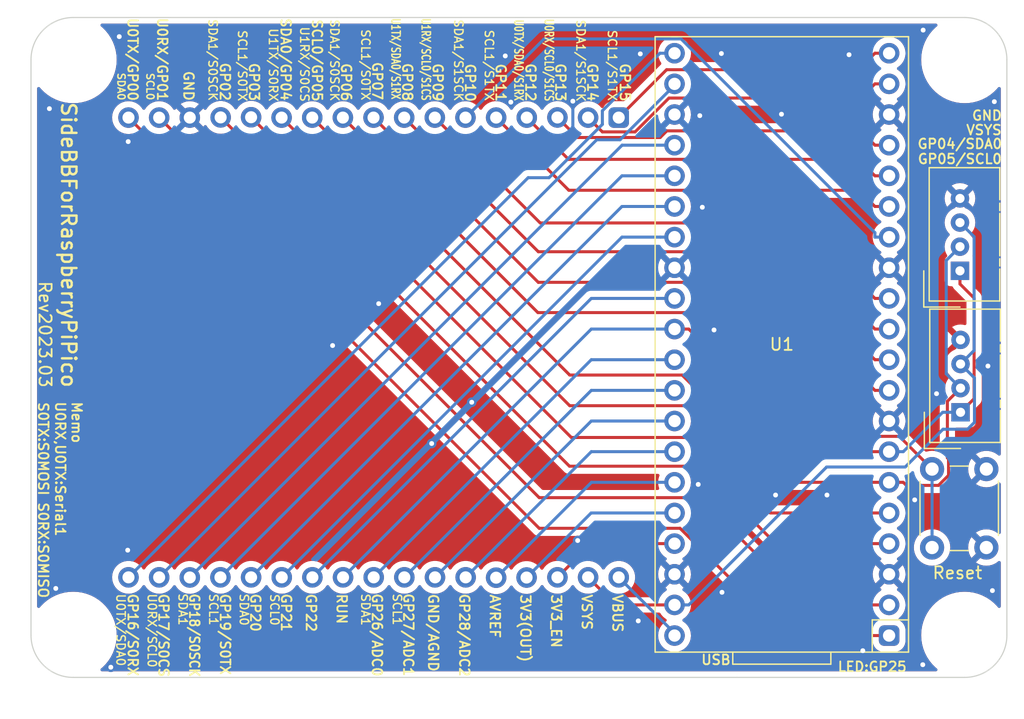
<source format=kicad_pcb>
(kicad_pcb (version 20211014) (generator pcbnew)
  (layers (0 "F.Cu" signal) (31 "B.Cu" signal) (34 "B.Paste" user) (35 "F.Paste" user) (36 "B.SilkS" user "B.Silkscreen") (37 "F.SilkS" user "F.Silkscreen") (38 "B.Mask" user) (39 "F.Mask" user) (44 "Edge.Cuts" user))
  (net 0 "")
  (net 1 "/GPIO0")
  (net 2 "/GPIO1")
  (net 3 "GND")
  (net 4 "/GPIO2")
  (net 5 "/GPIO3")
  (net 6 "/GPIO4")
  (net 7 "/GPIO5")
  (net 8 "/GPIO6")
  (net 9 "/GPIO7")
  (net 10 "/GPIO8")
  (net 11 "/GPIO9")
  (net 12 "/GPIO10")
  (net 13 "/GPIO11")
  (net 14 "/GPIO12")
  (net 15 "/GPIO13")
  (net 16 "/GPIO14")
  (net 17 "/GPIO15")
  (net 18 "/VBUS")
  (net 19 "/VSYS")
  (net 20 "/3V3_EN")
  (net 21 "+3V3")
  (net 22 "/AVREF")
  (net 23 "/GPIO28")
  (net 24 "/AGND")
  (net 25 "/GPIO27")
  (net 26 "/GPIO26")
  (net 27 "/RUN")
  (net 28 "/GPIO22")
  (net 29 "/GPIO21")
  (net 30 "/GPIO20")
  (net 31 "/GPIO19")
  (net 32 "/GPI18")
  (net 33 "/GPIO17")
  (net 34 "/GPIO16")
  (footprint "Connector:NS-Tech_Grove_1x04_P2mm_Vertical" (layer "F.Cu") (at 193.1585 95.5425 180)
    (fp_text reference "J2" hide)
    (fp_text value "Grove-I2C-connector")
    (fp_line (start 3 -3) (end 3 0) (layer "F.SilkS") (width 0.12))
    (fp_line (start -3.3 -2.5) (end -3.3 0.15) (layer "F.SilkS") (width 0.12))
    (fp_line (start -3.3 1.25) (end -3.3 4.75) (layer "F.SilkS") (width 0.12))
    (fp_line (start 2.55 -2.5) (end 2.55 8.55) (layer "F.SilkS") (width 0.12))
    (fp_line (start -3.3 -2.5) (end 2.55 -2.5) (layer "F.SilkS") (width 0.12))
    (fp_line (start -3.3 0.4) (end -3.3 1) (layer "F.SilkS") (width 0.12))
    (fp_line (start 0 -3) (end 3 -3) (layer "F.SilkS") (width 0.12))
    (fp_line (start -3.3 8.55) (end 2.55 8.55) (layer "F.SilkS") (width 0.12))
    (fp_line (start -3.3 5.9) (end -3.3 8.55) (layer "F.SilkS") (width 0.12))
    (fp_line (start -3.3 5) (end -3.3 5.6) (layer "F.SilkS") (width 0.12))
    (pad "1" thru_hole rect (at 0 0 180) (size 1.524 1.524) (drill 0.762) (layers *.Cu *.Mask) (net 7 "/GPIO5"))
    (pad "2" thru_hole circle (at 0 2 180) (size 1.524 1.524) (drill 0.762) (layers *.Cu *.Mask) (net 6 "/GPIO4"))
    (pad "3" thru_hole circle (at 0 4 180) (size 1.524 1.524) (drill 0.762) (layers *.Cu *.Mask) (net 19 "/VSYS"))
    (pad "4" thru_hole circle (at 0 6 180) (size 1.524 1.524) (drill 0.762) (layers *.Cu *.Mask) (net 3 "GND"))
  )
  (footprint "asukiaaa-kicad-footprints:mini-bread-board-1x17x2" (layer "F.Cu") (at 144.526 90.17 -90)
    (fp_text reference "J1" hide)
    (fp_text value "mini-bread-board-1x17x2")
    (pad "1" thru_hole roundrect (at -19.05 -20.306594) (size 1.7 1.7) (drill 1) (layers *.Cu *.Mask) (net 17 "/GPIO15"))
    (pad "2" thru_hole circle (at -19.05 -17.766594 270) (size 1.7 1.7) (drill 1) (layers *.Cu *.Mask) (net 16 "/GPIO14"))
    (pad "3" thru_hole circle (at -19.059586 -15.226594 270) (size 1.7 1.7) (drill 1) (layers *.Cu *.Mask) (net 15 "/GPIO13"))
    (pad "4" thru_hole circle (at -19.05 -12.686594 270) (size 1.7 1.7) (drill 1) (layers *.Cu *.Mask) (net 14 "/GPIO12"))
    (pad "5" thru_hole circle (at -19.05 -10.146594 270) (size 1.7 1.7) (drill 1) (layers *.Cu *.Mask) (net 13 "/GPIO11"))
    (pad "6" thru_hole circle (at -19.05 -7.606594 270) (size 1.7 1.7) (drill 1) (layers *.Cu *.Mask) (net 12 "/GPIO10"))
    (pad "7" thru_hole circle (at -19.05 -5.066594 270) (size 1.7 1.7) (drill 1) (layers *.Cu *.Mask) (net 11 "/GPIO9"))
    (pad "8" thru_hole circle (at -19.05 -2.526594 270) (size 1.7 1.7) (drill 1) (layers *.Cu *.Mask) (net 10 "/GPIO8"))
    (pad "9" thru_hole circle (at -19.05 0.013406 270) (size 1.7 1.7) (drill 1) (layers *.Cu *.Mask) (net 9 "/GPIO7"))
    (pad "10" thru_hole circle (at -19.05 2.553406 270) (size 1.7 1.7) (drill 1) (layers *.Cu *.Mask) (net 8 "/GPIO6"))
    (pad "11" thru_hole circle (at -19.05 5.093406 270) (size 1.7 1.7) (drill 1) (layers *.Cu *.Mask) (net 7 "/GPIO5"))
    (pad "12" thru_hole circle (at -19.05 7.633406 270) (size 1.7 1.7) (drill 1) (layers *.Cu *.Mask) (net 6 "/GPIO4"))
    (pad "13" thru_hole circle (at -19.078711 10.16 270) (size 1.7 1.7) (drill 1) (layers *.Cu *.Mask) (net 5 "/GPIO3"))
    (pad "14" thru_hole circle (at -19.066615 12.683384 270) (size 1.7 1.7) (drill 1) (layers *.Cu *.Mask) (net 4 "/GPIO2"))
    (pad "15" thru_hole circle (at -19.05 15.24 270) (size 1.7 1.7) (drill 1) (layers *.Cu *.Mask) (net 3 "GND"))
    (pad "16" thru_hole circle (at -19.05 17.78 270) (size 1.7 1.7) (drill 1) (layers *.Cu *.Mask) (net 2 "/GPIO1"))
    (pad "17" thru_hole circle (at -19.05 20.32 270) (size 1.7 1.7) (drill 1) (layers *.Cu *.Mask) (net 1 "/GPIO0"))
    (pad "18" thru_hole circle (at 19.05 20.32 90) (size 1.7 1.7) (drill 1) (layers *.Cu *.Mask) (net 34 "/GPIO16"))
    (pad "19" thru_hole circle (at 19.050001 17.78 90) (size 1.7 1.7) (drill 1) (layers *.Cu *.Mask) (net 33 "/GPIO17"))
    (pad "20" thru_hole circle (at 19.059587 15.24 90) (size 1.7 1.7) (drill 1) (layers *.Cu *.Mask) (net 32 "/GPI18"))
    (pad "21" thru_hole circle (at 19.050001 12.7 90) (size 1.7 1.7) (drill 1) (layers *.Cu *.Mask) (net 31 "/GPIO19"))
    (pad "22" thru_hole circle (at 19.050001 10.16 90) (size 1.7 1.7) (drill 1) (layers *.Cu *.Mask) (net 30 "/GPIO20"))
    (pad "23" thru_hole circle (at 19.050001 7.62 90) (size 1.7 1.7) (drill 1) (layers *.Cu *.Mask) (net 29 "/GPIO21"))
    (pad "24" thru_hole circle (at 19.050001 5.08 90) (size 1.7 1.7) (drill 1) (layers *.Cu *.Mask) (net 28 "/GPIO22"))
    (pad "25" thru_hole circle (at 19.050001 2.54 90) (size 1.7 1.7) (drill 1) (layers *.Cu *.Mask) (net 27 "/RUN"))
    (pad "26" thru_hole circle (at 19.050001 0 90) (size 1.7 1.7) (drill 1) (layers *.Cu *.Mask) (net 26 "/GPIO26"))
    (pad "27" thru_hole circle (at 19.050001 -2.54 90) (size 1.7 1.7) (drill 1) (layers *.Cu *.Mask) (net 25 "/GPIO27"))
    (pad "28" thru_hole circle (at 19.050001 -5.08 90) (size 1.7 1.7) (drill 1) (layers *.Cu *.Mask) (net 24 "/AGND"))
    (pad "29" thru_hole circle (at 19.050001 -7.62 90) (size 1.7 1.7) (drill 1) (layers *.Cu *.Mask) (net 23 "/GPIO28"))
    (pad "30" thru_hole circle (at 19.078712 -10.146594 90) (size 1.7 1.7) (drill 1) (layers *.Cu *.Mask) (net 22 "/AVREF"))
    (pad "31" thru_hole circle (at 19.066616 -12.669978 90) (size 1.7 1.7) (drill 1) (layers *.Cu *.Mask) (net 21 "+3V3"))
    (pad "32" thru_hole circle (at 19.050001 -15.226594 90) (size 1.7 1.7) (drill 1) (layers *.Cu *.Mask) (net 20 "/3V3_EN"))
    (pad "33" thru_hole circle (at 19.050001 -17.766594 90) (size 1.7 1.7) (drill 1) (layers *.Cu *.Mask) (net 19 "/VSYS"))
    (pad "34" thru_hole circle (at 19.050001 -20.306594 90) (size 1.7 1.7) (drill 1) (layers *.Cu *.Mask) (net 18 "/VBUS"))
  )
  (footprint "asukiaaa-kicad-footprints:MountingHole_3.2mm_M3_bare" (layer "F.Cu") (at 119.626 66.326)
    (fp_text reference "REF1" hide)
    (fp_text value "MountingHole_3.2mm_M3_bare" hide)
    (pad "" np_thru_hole circle (at 0 0) (size 3.2 3.2) (drill 3.2) (layers F&B.Cu *.Mask) (clearance 2))
  )
  (footprint "asukiaaa-kicad-footprints:MountingHole_3.2mm_M3_bare" (layer "F.Cu") (at 119.626 114.014)
    (fp_text reference "REF4" hide)
    (fp_text value "MountingHole_3.2mm_M3_bare" hide)
    (pad "" np_thru_hole circle (at 0 0) (size 3.2 3.2) (drill 3.2) (layers F&B.Cu *.Mask) (clearance 2))
  )
  (footprint "Connector:NS-Tech_Grove_1x04_P2mm_Vertical" (layer "F.Cu") (at 193.112 83.82 180)
    (fp_text reference "J3" hide)
    (fp_text value "Grove-I2C-connector")
    (fp_line (start -3.3 1.25) (end -3.3 4.75) (layer "F.SilkS") (width 0.12))
    (fp_line (start -3.3 -2.5) (end 2.55 -2.5) (layer "F.SilkS") (width 0.12))
    (fp_line (start 3 -3) (end 3 0) (layer "F.SilkS") (width 0.12))
    (fp_line (start -3.3 8.55) (end 2.55 8.55) (layer "F.SilkS") (width 0.12))
    (fp_line (start -3.3 -2.5) (end -3.3 0.15) (layer "F.SilkS") (width 0.12))
    (fp_line (start -3.3 0.4) (end -3.3 1) (layer "F.SilkS") (width 0.12))
    (fp_line (start -3.3 5) (end -3.3 5.6) (layer "F.SilkS") (width 0.12))
    (fp_line (start 0 -3) (end 3 -3) (layer "F.SilkS") (width 0.12))
    (fp_line (start 2.55 -2.5) (end 2.55 8.55) (layer "F.SilkS") (width 0.12))
    (fp_line (start -3.3 5.9) (end -3.3 8.55) (layer "F.SilkS") (width 0.12))
    (pad "1" thru_hole rect (at 0 0 180) (size 1.524 1.524) (drill 0.762) (layers *.Cu *.Mask) (net 7 "/GPIO5"))
    (pad "2" thru_hole circle (at 0 2 180) (size 1.524 1.524) (drill 0.762) (layers *.Cu *.Mask) (net 6 "/GPIO4"))
    (pad "3" thru_hole circle (at 0 4 180) (size 1.524 1.524) (drill 0.762) (layers *.Cu *.Mask) (net 19 "/VSYS"))
    (pad "4" thru_hole circle (at 0 6 180) (size 1.524 1.524) (drill 0.762) (layers *.Cu *.Mask) (net 3 "GND"))
  )
  (footprint "Button_Switch_THT:SW_PUSH_6mm" (layer "F.Cu") (at 190.8 106.75 90)
    (fp_text reference "SW1" hide)
    (fp_text value "SW_Push")
    (fp_line (start -0.25 1.5) (end -0.25 3) (layer "F.SilkS") (width 0.12))
    (fp_line (start 1 5.5) (end 5.5 5.5) (layer "F.SilkS") (width 0.12))
    (fp_line (start 6.75 3) (end 6.75 1.5) (layer "F.SilkS") (width 0.12))
    (fp_line (start 5.5 -1) (end 1 -1) (layer "F.SilkS") (width 0.12))
    (pad "1" thru_hole circle (at 6.5 0 180) (size 2 2) (drill 1.1) (layers *.Cu *.Mask) (net 27 "/RUN"))
    (pad "1" thru_hole circle (at 0 0 180) (size 2 2) (drill 1.1) (layers *.Cu *.Mask) (net 27 "/RUN"))
    (pad "2" thru_hole circle (at 6.5 4.5 180) (size 2 2) (drill 1.1) (layers *.Cu *.Mask) (net 3 "GND"))
    (pad "2" thru_hole circle (at 0 4.5 180) (size 2 2) (drill 1.1) (layers *.Cu *.Mask) (net 3 "GND"))
  )
  (footprint "asukiaaa-kicad-footprints:MountingHole_3.2mm_M3_bare" (layer "F.Cu") (at 193.5 114.014)
    (fp_text reference "REF3" hide)
    (fp_text value "MountingHole_3.2mm_M3_bare" hide)
    (pad "" np_thru_hole circle (at 0 0) (size 3.2 3.2) (drill 3.2) (layers F&B.Cu *.Mask) (clearance 2))
  )
  (footprint "asukiaaa-kicad-footprints:RPi_Pico_TH" (layer "F.Cu") (at 178.348 89.916 180)
    (fp_text reference "U1" (at 0 0) (layer "F.SilkS"))
    (fp_text value "Pico")
    (fp_line (start -10.5 -22.833) (end -7.493 -22.833) (layer "F.SilkS") (width 0.12))
    (fp_line (start -7.493 -22.833) (end -7.493 -25.5) (layer "F.SilkS") (width 0.12))
    (fp_line (start -10.5 -25.5) (end 10.5 -25.5) (layer "F.SilkS") (width 0.12))
    (fp_line (start 10.5 -12.9) (end 10.5 -12.5) (layer "F.SilkS") (width 0.12))
    (fp_line (start 10.5 -25.5) (end 10.5 25.5) (layer "F.SilkS") (width 0.12))
    (fp_line (start -4.064 -25.5016) (end -4.064 -26.5) (layer "F.SilkS") (width 0.12))
    (fp_line (start 10.5 25.5) (end -10.5 25.5) (layer "F.SilkS") (width 0.12))
    (fp_line (start 4.064 -26.5) (end 4.064 -25.5) (layer "F.SilkS") (width 0.12))
    (fp_line (start -4.064 -26.5) (end 4.064 -26.5) (layer "F.SilkS") (width 0.12))
    (fp_line (start -10.5 -25.5) (end -10.5 25.5) (layer "F.SilkS") (width 0.12))
    (pad "1" thru_hole roundrect (at -8.89 -24.13 180) (size 1.7 1.7) (drill 1.02) (layers *.Cu *.Mask) (net 1 "/GPIO0"))
    (pad "2" thru_hole oval (at -8.89 -21.59 180) (size 1.7 1.7) (drill 1.02) (layers *.Cu *.Mask) (net 2 "/GPIO1"))
    (pad "3" thru_hole circle (at -8.89 -19.05 180) (size 1.7 1.7) (drill 1.02) (layers *.Cu *.Mask) (net 3 "GND"))
    (pad "4" thru_hole oval (at -8.89 -16.51 180) (size 1.7 1.7) (drill 1.02) (layers *.Cu *.Mask) (net 4 "/GPIO2"))
    (pad "5" thru_hole oval (at -8.89 -13.97 180) (size 1.7 1.7) (drill 1.02) (layers *.Cu *.Mask) (net 5 "/GPIO3"))
    (pad "6" thru_hole oval (at -8.89 -11.43 180) (size 1.7 1.7) (drill 1.02) (layers *.Cu *.Mask) (net 6 "/GPIO4"))
    (pad "7" thru_hole oval (at -8.89 -8.89 180) (size 1.7 1.7) (drill 1.02) (layers *.Cu *.Mask) (net 7 "/GPIO5"))
    (pad "8" thru_hole circle (at -8.89 -6.35 180) (size 1.7 1.7) (drill 1.02) (layers *.Cu *.Mask) (net 3 "GND"))
    (pad "9" thru_hole oval (at -8.89 -3.81 180) (size 1.7 1.7) (drill 1.02) (layers *.Cu *.Mask) (net 8 "/GPIO6"))
    (pad "10" thru_hole oval (at -8.89 -1.27 180) (size 1.7 1.7) (drill 1.02) (layers *.Cu *.Mask) (net 9 "/GPIO7"))
    (pad "11" thru_hole oval (at -8.89 1.27 180) (size 1.7 1.7) (drill 1.02) (layers *.Cu *.Mask) (net 10 "/GPIO8"))
    (pad "12" thru_hole oval (at -8.89 3.81 180) (size 1.7 1.7) (drill 1.02) (layers *.Cu *.Mask) (net 11 "/GPIO9"))
    (pad "13" thru_hole circle (at -8.89 6.35 180) (size 1.7 1.7) (drill 1.02) (layers *.Cu *.Mask) (net 3 "GND"))
    (pad "14" thru_hole oval (at -8.89 8.89 180) (size 1.7 1.7) (drill 1.02) (layers *.Cu *.Mask) (net 12 "/GPIO10"))
    (pad "15" thru_hole oval (at -8.89 11.43 180) (size 1.7 1.7) (drill 1.02) (layers *.Cu *.Mask) (net 13 "/GPIO11"))
    (pad "16" thru_hole oval (at -8.89 13.97 180) (size 1.7 1.7) (drill 1.02) (layers *.Cu *.Mask) (net 14 "/GPIO12"))
    (pad "17" thru_hole oval (at -8.89 16.51 180) (size 1.7 1.7) (drill 1.02) (layers *.Cu *.Mask) (net 15 "/GPIO13"))
    (pad "18" thru_hole circle (at -8.89 19.05 180) (size 1.7 1.7) (drill 1.02) (layers *.Cu *.Mask) (net 3 "GND"))
    (pad "19" thru_hole oval (at -8.89 21.59 180) (size 1.7 1.7) (drill 1.02) (layers *.Cu *.Mask) (net 16 "/GPIO14"))
    (pad "20" thru_hole oval (at -8.89 24.13 180) (size 1.7 1.7) (drill 1.02) (layers *.Cu *.Mask) (net 17 "/GPIO15"))
    (pad "21" thru_hole oval (at 8.89 24.13 180) (size 1.7 1.7) (drill 1.02) (layers *.Cu *.Mask) (net 34 "/GPIO16"))
    (pad "22" thru_hole oval (at 8.89 21.59 180) (size 1.7 1.7) (drill 1.02) (layers *.Cu *.Mask) (net 33 "/GPIO17"))
    (pad "23" thru_hole circle (at 8.89 19.05 180) (size 1.7 1.7) (drill 1.02) (layers *.Cu *.Mask) (net 3 "GND"))
    (pad "24" thru_hole oval (at 8.89 16.51 180) (size 1.7 1.7) (drill 1.02) (layers *.Cu *.Mask) (net 32 "/GPI18"))
    (pad "25" thru_hole oval (at 8.89 13.97 180) (size 1.7 1.7) (drill 1.02) (layers *.Cu *.Mask) (net 31 "/GPIO19"))
    (pad "26" thru_hole oval (at 8.89 11.43 180) (size 1.7 1.7) (drill 1.02) (layers *.Cu *.Mask) (net 30 "/GPIO20"))
    (pad "27" thru_hole oval (at 8.89 8.89 180) (size 1.7 1.7) (drill 1.02) (layers *.Cu *.Mask) (net 29 "/GPIO21"))
    (pad "28" thru_hole circle (at 8.89 6.35 180) (size 1.7 1.7) (drill 1.02) (layers *.Cu *.Mask) (net 3 "GND"))
    (pad "29" thru_hole oval (at 8.89 3.81 180) (size 1.7 1.7) (drill 1.02) (layers *.Cu *.Mask) (net 28 "/GPIO22"))
    (pad "30" thru_hole oval (at 8.89 1.27 180) (size 1.7 1.7) (drill 1.02) (layers *.Cu *.Mask) (net 27 "/RUN"))
    (pad "31" thru_hole oval (at 8.89 -1.27 180) (size 1.7 1.7) (drill 1.02) (layers *.Cu *.Mask) (net 26 "/GPIO26"))
    (pad "32" thru_hole oval (at 8.89 -3.81 180) (size 1.7 1.7) (drill 1.02) (layers *.Cu *.Mask) (net 25 "/GPIO27"))
    (pad "33" thru_hole circle (at 8.89 -6.35 180) (size 1.7 1.7) (drill 1.02) (layers *.Cu *.Mask) (net 24 "/AGND"))
    (pad "34" thru_hole oval (at 8.89 -8.89 180) (size 1.7 1.7) (drill 1.02) (layers *.Cu *.Mask) (net 23 "/GPIO28"))
    (pad "35" thru_hole oval (at 8.89 -11.43 180) (size 1.7 1.7) (drill 1.02) (layers *.Cu *.Mask) (net 22 "/AVREF"))
    (pad "36" thru_hole oval (at 8.89 -13.97 180) (size 1.7 1.7) (drill 1.02) (layers *.Cu *.Mask) (net 21 "+3V3"))
    (pad "37" thru_hole oval (at 8.89 -16.51 180) (size 1.7 1.7) (drill 1.02) (layers *.Cu *.Mask) (net 20 "/3V3_EN"))
    (pad "38" thru_hole circle (at 8.89 -19.05 180) (size 1.7 1.7) (drill 1.02) (layers *.Cu *.Mask) (net 3 "GND"))
    (pad "39" thru_hole oval (at 8.89 -21.59 180) (size 1.7 1.7) (drill 1.02) (layers *.Cu *.Mask) (net 19 "/VSYS"))
    (pad "40" thru_hole oval (at 8.89 -24.13 180) (size 1.7 1.7) (drill 1.02) (layers *.Cu *.Mask) (net 18 "/VBUS"))
  )
  (footprint "asukiaaa-kicad-footprints:MountingHole_3.2mm_M3_bare" (layer "F.Cu") (at 193.5 66.326)
    (fp_text reference "REF2" hide)
    (fp_text value "MountingHole_3.2mm_M3_bare" hide)
    (pad "" np_thru_hole circle (at 0 0) (size 3.2 3.2) (drill 3.2) (layers F&B.Cu *.Mask) (clearance 2))
  )
  (gr_line (start 174.634 117.514) (end 119.626 117.514) (layer "Edge.Cuts") (width 0.1))
  (gr_arc (start 119.626 117.514) (mid 117.151126 116.488874) (end 116.126 114.014) (layer "Edge.Cuts") (width 0.1))
  (gr_line (start 193.5 62.826) (end 119.626 62.826) (layer "Edge.Cuts") (width 0.1))
  (gr_arc (start 193.5 62.826) (mid 195.974874 63.851126) (end 197 66.326) (layer "Edge.Cuts") (width 0.1))
  (gr_arc (start 116.126 66.326) (mid 117.151126 63.851126) (end 119.626 62.826) (layer "Edge.Cuts") (width 0.1))
  (gr_line (start 197 114.014) (end 197 66.326) (layer "Edge.Cuts") (width 0.1))
  (gr_line (start 174.634 117.514) (end 193.5 117.514) (layer "Edge.Cuts") (width 0.1))
  (gr_arc (start 197 114.014) (mid 195.974874 116.488874) (end 193.5 117.514) (layer "Edge.Cuts") (width 0.1))
  (gr_line (start 116.126 66.326) (end 116.126 114.014) (layer "Edge.Cuts") (width 0.1))
  (gr_text "SDA1/S0SCK" (at 141.28 66.38 270) (layer "F.SilkS") (effects (font (size 0.7 0.7) (thickness 0.12))))
  (gr_text "GP06" (at 142.24 68.19 270) (layer "F.SilkS") (effects (font (size 0.8 0.8))))
  (gr_text "SCL0" (at 126 68.55 270) (layer "F.SilkS") (effects (font (size 0.6 0.6) (thickness 0.12))))
  (gr_text "S0TX:S0MOSI S0RX:S0MISO" (at 117.14 102.82 270) (layer "F.SilkS") (effects (font (size 0.8 0.8))))
  (gr_text "RUN" (at 141.875625 111.834524 270) (layer "F.SilkS") (effects (font (size 0.8 0.8))))
  (gr_text "SCL0/GP05" (at 139.83 66.38 270) (layer "F.SilkS") (effects (font (size 0.8 0.78))))
  (gr_text "GND" (at 129.184375 68.492857 270) (layer "F.SilkS") (effects (font (size 0.8 0.8))))
  (gr_text "SDA1/S1SCK" (at 161.68 66.41 270) (layer "F.SilkS") (effects (font (size 0.7 0.7) (thickness 0.12))))
  (gr_text "SCL1/S1TX" (at 154.09 66.79 270) (layer "F.SilkS") (effects (font (size 0.7 0.7) (thickness 0.12))))
  (gr_text "U1RX/SCL0/S1CS" (at 148.85 66.3 270) (layer "F.SilkS") (effects (font (size 0.7 0.5) (thickness 0.12))))
  (gr_text "GP13" (at 160 68.2 270) (layer "F.SilkS") (effects (font (size 0.8 0.8))))
  (gr_text "SCL1/S0TX" (at 143.85 66.75 270) (layer "F.SilkS") (effects (font (size 0.7 0.7) (thickness 0.12))))
  (gr_text "VBUS" (at 164.7325 112.202381 270) (layer "F.SilkS") (effects (font (size 0.8 0.8))))
  (gr_text "3V3_EN" (at 159.65125 112.85 270) (layer "F.SilkS") (effects (font (size 0.8 0.8))))
  (gr_text "GND" (at 195.35 70.95) (layer "F.SilkS") (effects (font (size 0.8 0.8))))
  (gr_text "U0TX/SDA0" (at 123.56 113.58 270) (layer "F.SilkS") (effects (font (size 0.7 0.7) (thickness 0.12))))
  (gr_text "U0TX/GP00" (at 124.55 66.3 270) (layer "F.SilkS") (effects (font (size 0.8 0.79))))
  (gr_text "GP09" (at 149.83 68.2 270) (layer "F.SilkS") (effects (font (size 0.8 0.8))))
  (gr_text "U0RX/SCL0" (at 126.15 113.63 270) (layer "F.SilkS") (effects (font (size 0.7 0.7) (thickness 0.12))))
  (gr_text "GP20" (at 134.72 112.15 270) (layer "F.SilkS") (effects (font (size 0.8 0.8))))
  (gr_text "SCL1" (at 131.25 111.89 270) (layer "F.SilkS") (effects (font (size 0.7 0.7) (thickness 0.12))))
  (gr_text "GP15" (at 165.35 68.2 270) (layer "F.SilkS") (effects (font (size 0.8 0.8))))
  (gr_text "U0RX,U0TX:Serial1" (at 118.55 100.24 270) (layer "F.SilkS") (effects (font (size 0.8 0.8))))
  (gr_text "SCL1/S1TX" (at 164.29 66.8 270) (layer "F.SilkS") (effects (font (size 0.7 0.7) (thickness 0.12))))
  (gr_text "GP14" (at 162.65 68.2 270) (layer "F.SilkS") (effects (font (size 0.8 0.8))))
  (gr_text "GP27/ADC1" (at 147.4 113.99 270) (layer "F.SilkS") (effects (font (size 0.8 0.78))))
  (gr_text "GP12" (at 157.52 68.2 270) (layer "F.SilkS") (effects (font (size 0.8 0.8))))
  (gr_text "AVREF" (at 154.57 112.45 270) (layer "F.SilkS") (effects (font (size 0.8 0.8))))
  (gr_text "SDA0" (at 123.6 68.55 270) (layer "F.SilkS") (effects (font (size 0.6 0.6) (thickness 0.12))))
  (gr_text "GP18/S0SCK" (at 129.66 114.029762 270) (layer "F.SilkS") (effects (font (size 0.8 0.7))))
  (gr_text "SDA0/GP04" (at 137.23 66.3 270) (layer "F.SilkS") (effects (font (size 0.8 0.78))))
  (gr_text "VSYS" (at 162.191875 112.107143 270) (layer "F.SilkS") (effects (font (size 0.8 0.8))))
  (gr_text "GP10" (at 152.52 68.23 270) (layer "F.SilkS") (effects (font (size 0.8 0.8))))
  (gr_text "U1TX/S0RX" (at 136.2 66.75 270) (layer "F.SilkS") (effects (font (size 0.7 0.7) (thickness 0.12))))
  (gr_text "GP21" (at 137.27 112.15 270) (layer "F.SilkS") (effects (font (size 0.8 0.8))))
  (gr_text "GP08" (at 147.31 68.18 270) (layer "F.SilkS") (effects (font (size 0.8 0.8))))
  (gr_text "LED:GP25" (at 185.84 116.63) (layer "F.SilkS") (effects (font (size 0.8 0.8))))
  (gr_text "U0RX/SCL0/S1CS" (at 159.05 66.35 270) (layer "F.SilkS") (effects (font (size 0.7 0.5) (thickness 0.12))))
  (gr_text "GP26/ADC0" (at 144.8 114 270) (layer "F.SilkS") (effects (font (size 0.8 0.78))))
  (gr_text "GP28/ADC2" (at 152.038125 114.013572 270) (layer "F.SilkS") (effects (font (size 0.8 0.78))))
  (gr_text "U1RX/S0CS" (at 138.79 66.7 270) (layer "F.SilkS") (effects (font (size 0.7 0.7) (thickness 0.12))))
  (gr_text "GP19/S0TX" (at 132.21 113.939286 270) (layer "F.SilkS") (effects (font (size 0.8 0.78))))
  (gr_text "SideBBForRaspberryPiPico" (at 119.24 81.67 270) (layer "F.SilkS") (effects (font (size 1.2 1.2) (thickness 0.2))))
  (gr_text "GP17/S0CS" (at 127.11 114.032143 270) (layer "F.SilkS") (effects (font (size 0.8 0.78))))
  (gr_text "SCL0" (at 136.31 111.91 270) (layer "F.SilkS") (effects (font (size 0.7 0.7) (thickness 0.12))))
  (gr_text "SDA0" (at 133.78 111.9 270) (layer "F.SilkS") (effects (font (size 0.7 0.7) (thickness 0.12))))
  (gr_text "SDA1/S0SCK" (at 131.19 66.35 270) (layer "F.SilkS") (effects (font (size 0.7 0.7) (thickness 0.12))))
  (gr_text "Rev2023.03" (at 117.29 89.08 270) (layer "F.SilkS") (effects (font (size 1 1))))
  (gr_text "SDA1/S1SCK" (at 151.55 66.38 270) (layer "F.SilkS") (effects (font (size 0.7 0.7) (thickness 0.12))))
  (gr_text "U1TX/SDA0/S1RX" (at 146.35 66.25 270) (layer "F.SilkS") (effects (font (size 0.7 0.5) (thickness 0.12))))
  (gr_text "GP16/S0RX" (at 124.56 113.988095 270) (layer "F.SilkS") (effects (font (size 0.8 0.77))))
  (gr_text "U0RX/GP01" (at 127 66.3 270) (layer "F.SilkS") (effects (font (size 0.8 0.77))))
  (gr_text "VSYS" (at 195.1 72.15) (layer "F.SilkS") (effects (font (size 0.8 0.8))))
  (gr_text "GP22" (at 139.335 112.158334 270) (layer "F.SilkS") (effects (font (size 0.8 0.8))))
  (gr_text "SCL1" (at 146.47 111.88 270) (layer "F.SilkS") (effects (font (size 0.7 0.7) (thickness 0.12))))
  (gr_text "SDA1" (at 143.85 111.9 270) (layer "F.SilkS") (effects (font (size 0.7 0.7) (thickness 0.12))))
  (gr_text "GP05/SCL0" (at 193.1 74.55) (layer "F.SilkS") (effects (font (size 0.8 0.8))))
  (gr_text "GP07" (at 144.82 68.09 270) (layer "F.SilkS") (effects (font (size 0.8 0.8))))
  (gr_text "Memo" (at 119.91 96.38 270) (layer "F.SilkS") (effects (font (size 0.8 0.8))))
  (gr_text "U0TX/SDA0/S1RX" (at 156.54 66.36 270) (layer "F.SilkS") (effects (font (size 0.7 0.5) (thickness 0.12))))
  (gr_text "USB" (at 172.89 116.06) (layer "F.SilkS") (effects (font (size 0.8 0.8))))
  (gr_text "Reset" (at 192.9 108.85) (layer "F.SilkS") (effects (font (size 1 1))))
  (gr_text "GP03" (at 134.61 68.17 270) (layer "F.SilkS") (effects (font (size 0.8 0.8))))
  (gr_text "3V3(OUT)" (at 157.1 113.44 270) (layer "F.SilkS") (effects (font (size 0.8 0.8))))
  (gr_text "GP02" (at 132.2 68.15 270) (layer "F.SilkS") (effects (font (size 0.8 0.8))))
  (gr_text "GND/AGND" (at 149.46 113.81 270) (layer "F.SilkS") (effects (font (size 0.8 0.8))))
  (gr_text "SCL1/S0TX" (at 133.64 66.82 270) (layer "F.SilkS") (effects (font (size 0.7 0.7) (thickness 0.12))))
  (gr_text "SDA1" (at 128.71 111.88 270) (layer "F.SilkS") (effects (font (size 0.7 0.7) (thickness 0.12))))
  (gr_text "GP11" (at 155.05 68.23 270) (layer "F.SilkS") (effects (font (size 0.8 0.8))))
  (gr_text "GP04/SDA0" (at 193.1 73.3) (layer "F.SilkS") (effects (font (size 0.8 0.8))))
  (segment (start 169.9137 105.156) (end 178.8037 114.046) (width 0.25) (layer "F.Cu") (net 1))
  (segment (start 158.242 105.156) (end 169.9137 105.156) (width 0.25) (layer "F.Cu") (net 1))
  (segment (start 124.206 71.12) (end 158.242 105.156) (width 0.25) (layer "F.Cu") (net 1))
  (segment (start 178.8037 114.046) (end 187.238 114.046) (width 0.25) (layer "F.Cu") (net 1))
  (segment (start 158.242 102.616) (end 171.5434 102.616) (width 0.25) (layer "F.Cu") (net 2))
  (segment (start 171.5434 102.616) (end 180.4334 111.506) (width 0.25) (layer "F.Cu") (net 2))
  (segment (start 180.4334 111.506) (end 187.238 111.506) (width 0.25) (layer "F.Cu") (net 2))
  (segment (start 126.746 71.12) (end 158.242 102.616) (width 0.25) (layer "F.Cu") (net 2))
  (via (at 171.42 101.52) (size 0.8) (drill 0.4) (layers "F.Cu" "B.Cu") (net 3))
  (via (at 124.18 73.11) (size 0.8) (drill 0.4) (layers "F.Cu" "B.Cu") (net 3))
  (via (at 195.8 110.32) (size 0.8) (drill 0.4) (layers "F.Cu" "B.Cu") (net 3))
  (via (at 161.03 69.76) (size 0.8) (drill 0.4) (layers "F.Cu" "B.Cu") (net 3))
  (via (at 122.74 116.67) (size 0.8) (drill 0.4) (layers "F.Cu" "B.Cu") (net 3))
  (via (at 166.62 65.84) (size 0.8) (drill 0.4) (layers "F.Cu" "B.Cu") (net 3))
  (via (at 173.34 65.81) (size 0.8) (drill 0.4) (layers "F.Cu" "B.Cu") (net 3))
  (via (at 191.17 94) (size 0.8) (drill 0.4) (layers "F.Cu" "B.Cu") (net 3))
  (via (at 173.39 110.46) (size 0.8) (drill 0.4) (layers "F.Cu" "B.Cu") (net 3))
  (via (at 177.83 102.4) (size 0.8) (drill 0.4) (layers "F.Cu" "B.Cu") (net 3))
  (via (at 123.44 64.41) (size 0.8) (drill 0.4) (layers "F.Cu" "B.Cu") (net 3))
  (via (at 117.65 70.38) (size 0.8) (drill 0.4) (layers "F.Cu" "B.Cu") (net 3))
  (via (at 152.65 94.71) (size 0.8) (drill 0.4) (layers "F.Cu" "B.Cu") (net 3))
  (via (at 190.03 116.46) (size 0.8) (drill 0.4) (layers "F.Cu" "B.Cu") (net 3))
  (via (at 189.36 102.8) (size 0.8) (drill 0.4) (layers "F.Cu" "B.Cu") (net 3))
  (via (at 161.43 106.17) (size 0.8) (drill 0.4) (layers "F.Cu" "B.Cu") (net 3))
  (via (at 144.94 86.54) (size 0.8) (drill 0.4) (layers "F.Cu" "B.Cu") (net 3))
  (via (at 166.45 112.83) (size 0.8) (drill 0.4) (layers "F.Cu" "B.Cu") (net 3))
  (via (at 182.09 102.4) (size 0.8) (drill 0.4) (layers "F.Cu" "B.Cu") (net 3))
  (via (at 118.18 110.14) (size 0.8) (drill 0.4) (layers "F.Cu" "B.Cu") (net 3))
  (via (at 178.32 70.84) (size 0.8) (drill 0.4) (layers "F.Cu" "B.Cu") (net 3))
  (via (at 141.12 90.01) (size 0.8) (drill 0.4) (layers "F.Cu" "B.Cu") (net 3))
  (via (at 149.33 98.13) (size 0.8) (drill 0.4) (layers "F.Cu" "B.Cu") (net 3))
  (via (at 171.55 70.96) (size 0.8) (drill 0.4) (layers "F.Cu" "B.Cu") (net 3))
  (via (at 183.92 65.91) (size 0.8) (drill 0.4) (layers "F.Cu" "B.Cu") (net 3))
  (via (at 124.14 106.97) (size 0.8) (drill 0.4) (layers "F.Cu" "B.Cu") (net 3))
  (via (at 172.73 88.72) (size 0.8) (drill 0.4) (layers "F.Cu" "B.Cu") (net 3))
  (via (at 195.43 91.71) (size 0.8) (drill 0.4) (layers "F.Cu" "B.Cu") (net 3))
  (via (at 195.96 69.8) (size 0.8) (drill 0.4) (layers "F.Cu" "B.Cu") (net 3))
  (via (at 185.06 115.3) (size 0.8) (drill 0.4) (layers "F.Cu" "B.Cu") (net 3))
  (via (at 155.89 69.84) (size 0.8) (drill 0.4) (layers "F.Cu" "B.Cu") (net 3))
  (via (at 190.06 63.87) (size 0.8) (drill 0.4) (layers "F.Cu" "B.Cu") (net 3))
  (via (at 155.43 66.01) (size 0.8) (drill 0.4) (layers "F.Cu" "B.Cu") (net 3))
  (via (at 171.76 78.55) (size 0.8) (drill 0.4) (layers "F.Cu" "B.Cu") (net 3))
  (segment (start 161.03 72.23) (end 160.78 72.48) (width 0.25) (layer "B.Cu") (net 3))
  (segment (start 161.03 69.76) (end 161.03 72.23) (width 0.25) (layer "B.Cu") (net 3))
  (segment (start 177.8455 106.426) (end 187.238 106.426) (width 0.25) (layer "F.Cu") (net 4))
  (segment (start 171.4296 100.0101) (end 177.8455 106.426) (width 0.25) (layer "F.Cu") (net 4))
  (segment (start 160.7493 100.0101) (end 171.4296 100.0101) (width 0.25) (layer "F.Cu") (net 4))
  (segment (start 131.8426 71.1034) (end 160.7493 100.0101) (width 0.25) (layer "F.Cu") (net 4))
  (segment (start 160.9055 97.6308) (end 171.1459 97.6308) (width 0.25) (layer "F.Cu") (net 5))
  (segment (start 177.4011 103.886) (end 187.238 103.886) (width 0.25) (layer "F.Cu") (net 5))
  (segment (start 171.1459 97.6308) (end 177.4011 103.886) (width 0.25) (layer "F.Cu") (net 5))
  (segment (start 134.366 71.0913) (end 160.9055 97.6308) (width 0.25) (layer "F.Cu") (net 5))
  (segment (start 192.1648 99.4148) (end 192.1648 100.7671) (width 0.25) (layer "F.Cu") (net 6))
  (segment (start 192.0688 99.3188) (end 192.1648 99.4148) (width 0.25) (layer "F.Cu") (net 6))
  (segment (start 187.8256 101.346) (end 187.238 101.346) (width 0.25) (layer "F.Cu") (net 6))
  (segment (start 187.8256 101.346) (end 188.4131 101.346) (width 0.25) (layer "F.Cu") (net 6))
  (segment (start 193.1585 93.5425) (end 192.0688 94.6322) (width 0.25) (layer "F.Cu") (net 6))
  (segment (start 160.7686 94.996) (end 136.8926 71.12) (width 0.25) (layer "F.Cu") (net 6))
  (segment (start 188.669 101.6019) (end 188.4131 101.346) (width 0.25) (layer "F.Cu") (net 6))
  (segment (start 187.238 101.346) (end 177.4959 101.346) (width 0.25) (layer "F.Cu") (net 6))
  (segment (start 191.33 101.6019) (end 188.669 101.6019) (width 0.25) (layer "F.Cu") (net 6))
  (segment (start 171.1459 94.996) (end 160.7686 94.996) (width 0.25) (layer "F.Cu") (net 6))
  (segment (start 192.1648 100.7671) (end 191.33 101.6019) (width 0.25) (layer "F.Cu") (net 6))
  (segment (start 192.0688 94.6322) (end 192.0688 99.3188) (width 0.25) (layer "F.Cu") (net 6))
  (segment (start 177.4959 101.346) (end 171.1459 94.996) (width 0.25) (layer "F.Cu") (net 6))
  (segment (start 191.9752 92.3592) (end 193.1585 93.5425) (width 0.25) (layer "B.Cu") (net 6))
  (segment (start 193.112 81.82) (end 191.9752 82.9568) (width 0.25) (layer "B.Cu") (net 6))
  (segment (start 191.9752 82.9568) (end 191.9752 92.3592) (width 0.25) (layer "B.Cu") (net 6))
  (segment (start 193.112 84.9071) (end 194.2835 86.0786) (width 0.25) (layer "F.Cu") (net 7))
  (segment (start 193.112 83.82) (end 193.112 84.9071) (width 0.25) (layer "F.Cu") (net 7))
  (segment (start 194.2835 86.0786) (end 194.2835 94.4175) (width 0.25) (layer "F.Cu") (net 7))
  (segment (start 160.7686 92.456) (end 139.4326 71.12) (width 0.25) (layer "F.Cu") (net 7))
  (segment (start 194.2835 94.4175) (end 193.1585 95.5425) (width 0.25) (layer "F.Cu") (net 7))
  (segment (start 176.438 98.806) (end 170.088 92.456) (width 0.25) (layer "F.Cu") (net 7))
  (segment (start 187.238 98.806) (end 176.438 98.806) (width 0.25) (layer "F.Cu") (net 7))
  (segment (start 170.088 92.456) (end 160.7686 92.456) (width 0.25) (layer "F.Cu") (net 7))
  (segment (start 191.6766 95.5425) (end 193.1585 95.5425) (width 0.25) (layer "B.Cu") (net 7))
  (segment (start 188.4131 98.806) (end 191.6766 95.5425) (width 0.25) (layer "B.Cu") (net 7))
  (segment (start 187.238 98.806) (end 188.4131 98.806) (width 0.25) (layer "B.Cu") (net 7))
  (segment (start 187.238 93.726) (end 186.0629 93.726) (width 0.25) (layer "F.Cu") (net 8))
  (segment (start 158.1338 87.2812) (end 179.6181 87.2812) (width 0.25) (layer "F.Cu") (net 8))
  (segment (start 179.6181 87.2812) (end 186.0629 93.726) (width 0.25) (layer "F.Cu") (net 8))
  (segment (start 141.9726 71.12) (end 158.1338 87.2812) (width 0.25) (layer "F.Cu") (net 8))
  (segment (start 158.166 84.7734) (end 179.6503 84.7734) (width 0.25) (layer "F.Cu") (net 9))
  (segment (start 144.5126 71.12) (end 158.166 84.7734) (width 0.25) (layer "F.Cu") (net 9))
  (segment (start 179.6503 84.7734) (end 186.0629 91.186) (width 0.25) (layer "F.Cu") (net 9))
  (segment (start 187.238 91.186) (end 186.0629 91.186) (width 0.25) (layer "F.Cu") (net 9))
  (segment (start 179.6534 82.2365) (end 186.0629 88.646) (width 0.25) (layer "F.Cu") (net 10))
  (segment (start 158.1691 82.2365) (end 179.6534 82.2365) (width 0.25) (layer "F.Cu") (net 10))
  (segment (start 187.238 88.646) (end 186.0629 88.646) (width 0.25) (layer "F.Cu") (net 10))
  (segment (start 147.0526 71.12) (end 158.1691 82.2365) (width 0.25) (layer "F.Cu") (net 10))
  (segment (start 179.8078 79.8509) (end 186.0629 86.106) (width 0.25) (layer "F.Cu") (net 11))
  (segment (start 187.238 86.106) (end 186.0629 86.106) (width 0.25) (layer "F.Cu") (net 11))
  (segment (start 158.3235 79.8509) (end 179.8078 79.8509) (width 0.25) (layer "F.Cu") (net 11))
  (segment (start 149.5926 71.12) (end 158.3235 79.8509) (width 0.25) (layer "F.Cu") (net 11))
  (segment (start 152.1326 71.12) (end 158.6537 64.5989) (width 0.25) (layer "B.Cu") (net 12))
  (segment (start 186.0629 80.6608) (end 186.0629 81.026) (width 0.25) (layer "B.Cu") (net 12))
  (segment (start 158.6537 64.5989) (end 170.001 64.5989) (width 0.25) (layer "B.Cu") (net 12))
  (segment (start 170.001 64.5989) (end 186.0629 80.6608) (width 0.25) (layer "B.Cu") (net 12))
  (segment (start 187.238 81.026) (end 186.0629 81.026) (width 0.25) (layer "B.Cu") (net 12))
  (segment (start 187.238 78.486) (end 186.0629 78.486) (width 0.25) (layer "F.Cu") (net 13))
  (segment (start 154.6726 71.12) (end 160.6948 77.1422) (width 0.25) (layer "F.Cu") (net 13))
  (segment (start 184.7191 77.1422) (end 186.0629 78.486) (width 0.25) (layer "F.Cu") (net 13))
  (segment (start 160.6948 77.1422) (end 184.7191 77.1422) (width 0.25) (layer "F.Cu") (net 13))
  (segment (start 160.6738 74.5812) (end 184.6981 74.5812) (width 0.25) (layer "F.Cu") (net 14))
  (segment (start 187.238 75.946) (end 186.0629 75.946) (width 0.25) (layer "F.Cu") (net 14))
  (segment (start 184.6981 74.5812) (end 186.0629 75.946) (width 0.25) (layer "F.Cu") (net 14))
  (segment (start 157.2126 71.12) (end 160.6738 74.5812) (width 0.25) (layer "F.Cu") (net 14))
  (segment (start 186.0629 73.406) (end 184.8763 72.2194) (width 0.25) (layer "F.Cu") (net 15))
  (segment (start 168.2655 72.7714) (end 161.4136 72.7714) (width 0.25) (layer "F.Cu") (net 15))
  (segment (start 168.8175 72.2194) (end 168.2655 72.7714) (width 0.25) (layer "F.Cu") (net 15))
  (segment (start 187.238 73.406) (end 186.0629 73.406) (width 0.25) (layer "F.Cu") (net 15))
  (segment (start 161.4136 72.7714) (end 159.7526 71.1104) (width 0.25) (layer "F.Cu") (net 15))
  (segment (start 184.8763 72.2194) (end 168.8175 72.2194) (width 0.25) (layer "F.Cu") (net 15))
  (segment (start 187.238 68.326) (end 186.0629 68.326) (width 0.25) (layer "F.Cu") (net 16))
  (segment (start 168.9946 69.5011) (end 166.1918 72.3039) (width 0.25) (layer "F.Cu") (net 16))
  (segment (start 186.0629 68.326) (end 184.8878 69.5011) (width 0.25) (layer "F.Cu") (net 16))
  (segment (start 184.8878 69.5011) (end 168.9946 69.5011) (width 0.25) (layer "F.Cu") (net 16))
  (segment (start 166.1918 72.3039) (end 163.4765 72.3039) (width 0.25) (layer "F.Cu") (net 16))
  (segment (start 163.4765 72.3039) (end 162.2926 71.12) (width 0.25) (layer "F.Cu") (net 16))
  (segment (start 184.6981 67.1508) (end 186.0629 65.786) (width 0.25) (layer "F.Cu") (net 17))
  (segment (start 164.8326 71.12) (end 168.8018 67.1508) (width 0.25) (layer "F.Cu") (net 17))
  (segment (start 168.8018 67.1508) (end 184.6981 67.1508) (width 0.25) (layer "F.Cu") (net 17))
  (segment (start 187.238 65.786) (end 186.0629 65.786) (width 0.25) (layer "F.Cu") (net 17))
  (segment (start 169.458 114.046) (end 169.458 113.8454) (width 0.25) (layer "B.Cu") (net 18))
  (segment (start 169.458 113.8454) (end 164.8326 109.22) (width 0.25) (layer "B.Cu") (net 18))
  (segment (start 162.2926 109.22) (end 164.5786 111.506) (width 0.25) (layer "F.Cu") (net 19))
  (segment (start 164.5786 111.506) (end 169.458 111.506) (width 0.25) (layer "F.Cu") (net 19))
  (segment (start 194.2835 80.9915) (end 194.2835 90.4175) (width 0.25) (layer "B.Cu") (net 19))
  (segment (start 193.7416 96.9482) (end 191.7036 96.9482) (width 0.25) (layer "B.Cu") (net 19))
  (segment (start 193.112 79.82) (end 194.2835 80.9915) (width 0.25) (layer "B.Cu") (net 19))
  (segment (start 194.3129 96.3769) (end 193.7416 96.9482) (width 0.25) (layer "B.Cu") (net 19))
  (segment (start 194.2835 90.4175) (end 193.1585 91.5425) (width 0.25) (layer "B.Cu") (net 19))
  (segment (start 191.7036 96.9482) (end 188.5758 100.076) (width 0.25) (layer "B.Cu") (net 19))
  (segment (start 169.458 111.506) (end 170.6331 111.506) (width 0.25) (layer "B.Cu") (net 19))
  (segment (start 182.0631 100.076) (end 170.6331 111.506) (width 0.25) (layer "B.Cu") (net 19))
  (segment (start 194.3129 92.6969) (end 194.3129 96.3769) (width 0.25) (layer "B.Cu") (net 19))
  (segment (start 188.5758 100.076) (end 182.0631 100.076) (width 0.25) (layer "B.Cu") (net 19))
  (segment (start 193.1585 91.5425) (end 194.3129 92.6969) (width 0.25) (layer "B.Cu") (net 19))
  (segment (start 162.5466 106.426) (end 169.458 106.426) (width 0.25) (layer "F.Cu") (net 20))
  (segment (start 159.7526 109.22) (end 162.5466 106.426) (width 0.25) (layer "F.Cu") (net 20))
  (segment (start 157.196 109.2366) (end 162.5466 103.886) (width 0.25) (layer "B.Cu") (net 21))
  (segment (start 162.5466 103.886) (end 169.458 103.886) (width 0.25) (layer "B.Cu") (net 21))
  (segment (start 162.5753 101.346) (end 169.458 101.346) (width 0.25) (layer "B.Cu") (net 22))
  (segment (start 154.6726 109.2487) (end 162.5753 101.346) (width 0.25) (layer "B.Cu") (net 22))
  (segment (start 152.146 109.22) (end 162.56 98.806) (width 0.25) (layer "B.Cu") (net 23))
  (segment (start 162.56 98.806) (end 169.458 98.806) (width 0.25) (layer "B.Cu") (net 23))
  (segment (start 149.606 109.22) (end 162.56 96.266) (width 0.25) (layer "B.Cu") (net 24))
  (segment (start 162.56 96.266) (end 169.458 96.266) (width 0.25) (layer "B.Cu") (net 24))
  (segment (start 162.56 93.726) (end 169.458 93.726) (width 0.25) (layer "B.Cu") (net 25))
  (segment (start 147.066 109.22) (end 162.56 93.726) (width 0.25) (layer "B.Cu") (net 25))
  (segment (start 162.56 91.186) (end 169.458 91.186) (width 0.25) (layer "B.Cu") (net 26))
  (segment (start 144.526 109.22) (end 162.56 91.186) (width 0.25) (layer "B.Cu") (net 26))
  (segment (start 190.8 100.25) (end 188.086 97.536) (width 0.25) (layer "F.Cu") (net 27))
  (segment (start 169.458 88.646) (end 170.6331 88.646) (width 0.25) (layer "F.Cu") (net 27))
  (segment (start 188.086 97.536) (end 179.5231 97.536) (width 0.25) (layer "F.Cu") (net 27))
  (segment (start 179.5231 97.536) (end 170.6331 88.646) (width 0.25) (layer "F.Cu") (net 27))
  (segment (start 169.458 88.646) (end 162.56 88.646) (width 0.25) (layer "B.Cu") (net 27))
  (segment (start 190.8 106.75) (end 190.8 100.25) (width 0.25) (layer "B.Cu") (net 27))
  (segment (start 162.56 88.646) (end 141.986 109.22) (width 0.25) (layer "B.Cu") (net 27))
  (segment (start 139.446 109.22) (end 162.56 86.106) (width 0.25) (layer "B.Cu") (net 28))
  (segment (start 162.56 86.106) (end 169.458 86.106) (width 0.25) (layer "B.Cu") (net 28))
  (segment (start 169.458 81.026) (end 168.2829 81.026) (width 0.25) (layer "B.Cu") (net 29))
  (segment (start 165.1 81.026) (end 168.2829 81.026) (width 0.25) (layer "B.Cu") (net 29))
  (segment (start 136.906 109.22) (end 165.1 81.026) (width 0.25) (layer "B.Cu") (net 29))
  (segment (start 134.366 109.22) (end 165.1 78.486) (width 0.25) (layer "B.Cu") (net 30))
  (segment (start 165.1 78.486) (end 169.458 78.486) (width 0.25) (layer "B.Cu") (net 30))
  (segment (start 131.826 109.22) (end 165.1 75.946) (width 0.25) (layer "B.Cu") (net 31))
  (segment (start 165.1 75.946) (end 169.458 75.946) (width 0.25) (layer "B.Cu") (net 31))
  (segment (start 165.1096 73.406) (end 169.458 73.406) (width 0.25) (layer "B.Cu") (net 32))
  (segment (start 129.286 109.2296) (end 165.1096 73.406) (width 0.25) (layer "B.Cu") (net 32))
  (segment (start 169.458 68.4428) (end 164.945 72.9558) (width 0.25) (layer "B.Cu") (net 33))
  (segment (start 164.945 72.9558) (end 163.0102 72.9558) (width 0.25) (layer "B.Cu") (net 33))
  (segment (start 163.0102 72.9558) (end 126.746 109.22) (width 0.25) (layer "B.Cu") (net 33))
  (segment (start 169.458 68.326) (end 169.458 68.4428) (width 0.25) (layer "B.Cu") (net 33))
  (segment (start 168.2477 65.786) (end 169.458 65.786) (width 0.25) (layer "B.Cu") (net 34))
  (segment (start 157.3245 76.1015) (end 159.0576 76.1015) (width 0.25) (layer "B.Cu") (net 34))
  (segment (start 159.0576 76.1015) (end 163.4766 71.6825) (width 0.25) (layer "B.Cu") (net 34))
  (segment (start 163.4766 71.6825) (end 163.4766 70.5571) (width 0.25) (layer "B.Cu") (net 34))
  (segment (start 163.4766 70.5571) (end 168.2477 65.786) (width 0.25) (layer "B.Cu") (net 34))
  (segment (start 124.206 109.22) (end 157.3245 76.1015) (width 0.25) (layer "B.Cu") (net 34))
  (zone (net 3) (net_name "GND") (layers F&B.Cu) (connect_pads (clearance 0.508)) (min_thickness 0.254) (fill yes (thermal_gap 0.508) (thermal_bridge_width 0.508))
    (polygon (pts (xy 198.431644 118.495264) (xy 113.806982 118.475013) (xy 113.556982 61.375013) (xy 198.181644 61.395264)))
  )
)
</source>
